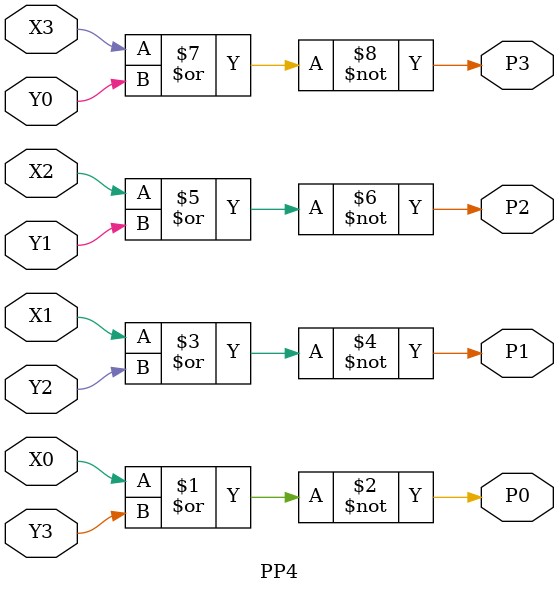
<source format=v>
module PP4(X0, X1, X2, X3, Y0, Y1, Y2, Y3, P0, P1, P2, 
        P3);
input   X0;
input   X1;
input   X2;
input   X3;
input   Y0;
input   Y1;
input   Y2;
input   Y3;
output  P0;
output  P1;
output  P2;
output  P3;
nor g0(P0, X0, Y3);
nor g1(P1, X1, Y2);
nor g2(P2, X2, Y1);
nor g3(P3, X3, Y0);
endmodule
</source>
